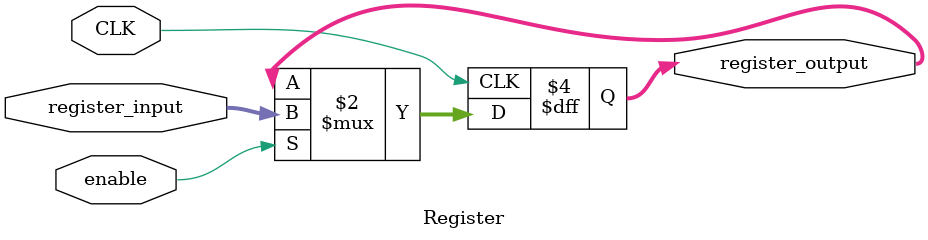
<source format=v>
module Register
(
    input CLK,
    input enable,
    input [31 : 0] register_input,
    
    output reg [31 : 0] register_output
);
    always @(negedge CLK)
    begin
        if(enable)
            register_output <= register_input;
    end
    
endmodule
</source>
